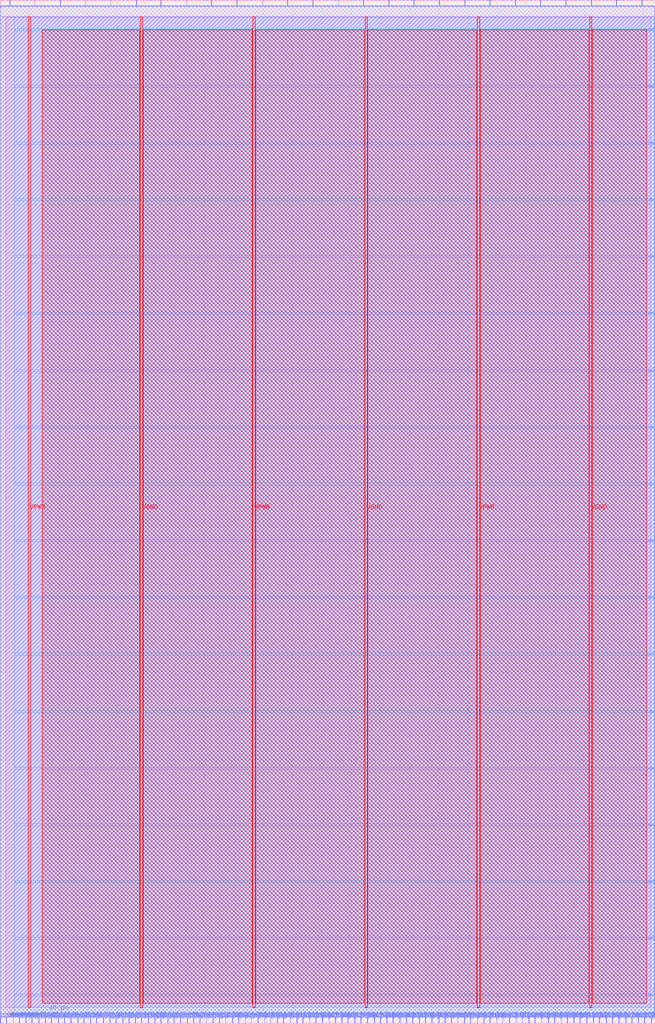
<source format=lef>
VERSION 5.7 ;
  NOWIREEXTENSIONATPIN ON ;
  DIVIDERCHAR "/" ;
  BUSBITCHARS "[]" ;
MACRO apb_sys_0
  CLASS BLOCK ;
  FOREIGN apb_sys_0 ;
  ORIGIN 0.000 0.000 ;
  SIZE 448.090 BY 700.000 ;
  PIN HADDR[0]
    DIRECTION INPUT ;
    USE SIGNAL ;
    PORT
      LAYER met2 ;
        RECT 0.020 0.000 0.300 4.000 ;
    END
  END HADDR[0]
  PIN HADDR[10]
    DIRECTION INPUT ;
    USE SIGNAL ;
    PORT
      LAYER met2 ;
        RECT 43.720 0.000 44.000 4.000 ;
    END
  END HADDR[10]
  PIN HADDR[11]
    DIRECTION INPUT ;
    USE SIGNAL ;
    PORT
      LAYER met2 ;
        RECT 48.320 0.000 48.600 4.000 ;
    END
  END HADDR[11]
  PIN HADDR[12]
    DIRECTION INPUT ;
    USE SIGNAL ;
    PORT
      LAYER met2 ;
        RECT 52.920 0.000 53.200 4.000 ;
    END
  END HADDR[12]
  PIN HADDR[13]
    DIRECTION INPUT ;
    USE SIGNAL ;
    PORT
      LAYER met2 ;
        RECT 57.060 0.000 57.340 4.000 ;
    END
  END HADDR[13]
  PIN HADDR[14]
    DIRECTION INPUT ;
    USE SIGNAL ;
    PORT
      LAYER met2 ;
        RECT 61.660 0.000 61.940 4.000 ;
    END
  END HADDR[14]
  PIN HADDR[15]
    DIRECTION INPUT ;
    USE SIGNAL ;
    PORT
      LAYER met2 ;
        RECT 65.800 0.000 66.080 4.000 ;
    END
  END HADDR[15]
  PIN HADDR[16]
    DIRECTION INPUT ;
    USE SIGNAL ;
    PORT
      LAYER met2 ;
        RECT 70.400 0.000 70.680 4.000 ;
    END
  END HADDR[16]
  PIN HADDR[17]
    DIRECTION INPUT ;
    USE SIGNAL ;
    PORT
      LAYER met2 ;
        RECT 75.000 0.000 75.280 4.000 ;
    END
  END HADDR[17]
  PIN HADDR[18]
    DIRECTION INPUT ;
    USE SIGNAL ;
    PORT
      LAYER met2 ;
        RECT 79.140 0.000 79.420 4.000 ;
    END
  END HADDR[18]
  PIN HADDR[19]
    DIRECTION INPUT ;
    USE SIGNAL ;
    PORT
      LAYER met2 ;
        RECT 83.740 0.000 84.020 4.000 ;
    END
  END HADDR[19]
  PIN HADDR[1]
    DIRECTION INPUT ;
    USE SIGNAL ;
    PORT
      LAYER met2 ;
        RECT 4.160 0.000 4.440 4.000 ;
    END
  END HADDR[1]
  PIN HADDR[20]
    DIRECTION INPUT ;
    USE SIGNAL ;
    PORT
      LAYER met2 ;
        RECT 87.880 0.000 88.160 4.000 ;
    END
  END HADDR[20]
  PIN HADDR[21]
    DIRECTION INPUT ;
    USE SIGNAL ;
    PORT
      LAYER met2 ;
        RECT 92.480 0.000 92.760 4.000 ;
    END
  END HADDR[21]
  PIN HADDR[22]
    DIRECTION INPUT ;
    USE SIGNAL ;
    PORT
      LAYER met2 ;
        RECT 96.620 0.000 96.900 4.000 ;
    END
  END HADDR[22]
  PIN HADDR[23]
    DIRECTION INPUT ;
    USE SIGNAL ;
    PORT
      LAYER met2 ;
        RECT 101.220 0.000 101.500 4.000 ;
    END
  END HADDR[23]
  PIN HADDR[24]
    DIRECTION INPUT ;
    USE SIGNAL ;
    PORT
      LAYER met2 ;
        RECT 105.820 0.000 106.100 4.000 ;
    END
  END HADDR[24]
  PIN HADDR[25]
    DIRECTION INPUT ;
    USE SIGNAL ;
    PORT
      LAYER met2 ;
        RECT 109.960 0.000 110.240 4.000 ;
    END
  END HADDR[25]
  PIN HADDR[26]
    DIRECTION INPUT ;
    USE SIGNAL ;
    PORT
      LAYER met2 ;
        RECT 114.560 0.000 114.840 4.000 ;
    END
  END HADDR[26]
  PIN HADDR[27]
    DIRECTION INPUT ;
    USE SIGNAL ;
    PORT
      LAYER met2 ;
        RECT 118.700 0.000 118.980 4.000 ;
    END
  END HADDR[27]
  PIN HADDR[28]
    DIRECTION INPUT ;
    USE SIGNAL ;
    PORT
      LAYER met2 ;
        RECT 123.300 0.000 123.580 4.000 ;
    END
  END HADDR[28]
  PIN HADDR[29]
    DIRECTION INPUT ;
    USE SIGNAL ;
    PORT
      LAYER met2 ;
        RECT 127.900 0.000 128.180 4.000 ;
    END
  END HADDR[29]
  PIN HADDR[2]
    DIRECTION INPUT ;
    USE SIGNAL ;
    PORT
      LAYER met2 ;
        RECT 8.760 0.000 9.040 4.000 ;
    END
  END HADDR[2]
  PIN HADDR[30]
    DIRECTION INPUT ;
    USE SIGNAL ;
    PORT
      LAYER met2 ;
        RECT 132.040 0.000 132.320 4.000 ;
    END
  END HADDR[30]
  PIN HADDR[31]
    DIRECTION INPUT ;
    USE SIGNAL ;
    PORT
      LAYER met2 ;
        RECT 136.640 0.000 136.920 4.000 ;
    END
  END HADDR[31]
  PIN HADDR[3]
    DIRECTION INPUT ;
    USE SIGNAL ;
    PORT
      LAYER met2 ;
        RECT 12.900 0.000 13.180 4.000 ;
    END
  END HADDR[3]
  PIN HADDR[4]
    DIRECTION INPUT ;
    USE SIGNAL ;
    PORT
      LAYER met2 ;
        RECT 17.500 0.000 17.780 4.000 ;
    END
  END HADDR[4]
  PIN HADDR[5]
    DIRECTION INPUT ;
    USE SIGNAL ;
    PORT
      LAYER met2 ;
        RECT 21.640 0.000 21.920 4.000 ;
    END
  END HADDR[5]
  PIN HADDR[6]
    DIRECTION INPUT ;
    USE SIGNAL ;
    PORT
      LAYER met2 ;
        RECT 26.240 0.000 26.520 4.000 ;
    END
  END HADDR[6]
  PIN HADDR[7]
    DIRECTION INPUT ;
    USE SIGNAL ;
    PORT
      LAYER met2 ;
        RECT 30.840 0.000 31.120 4.000 ;
    END
  END HADDR[7]
  PIN HADDR[8]
    DIRECTION INPUT ;
    USE SIGNAL ;
    PORT
      LAYER met2 ;
        RECT 34.980 0.000 35.260 4.000 ;
    END
  END HADDR[8]
  PIN HADDR[9]
    DIRECTION INPUT ;
    USE SIGNAL ;
    PORT
      LAYER met2 ;
        RECT 39.580 0.000 39.860 4.000 ;
    END
  END HADDR[9]
  PIN HCLK
    DIRECTION INPUT ;
    USE SIGNAL ;
    PORT
      LAYER met3 ;
        RECT 444.090 19.080 448.090 19.680 ;
    END
  END HCLK
  PIN HRDATA[0]
    DIRECTION OUTPUT TRISTATE ;
    USE SIGNAL ;
    PORT
      LAYER met2 ;
        RECT 140.780 0.000 141.060 4.000 ;
    END
  END HRDATA[0]
  PIN HRDATA[10]
    DIRECTION OUTPUT TRISTATE ;
    USE SIGNAL ;
    PORT
      LAYER met2 ;
        RECT 184.940 0.000 185.220 4.000 ;
    END
  END HRDATA[10]
  PIN HRDATA[11]
    DIRECTION OUTPUT TRISTATE ;
    USE SIGNAL ;
    PORT
      LAYER met2 ;
        RECT 189.540 0.000 189.820 4.000 ;
    END
  END HRDATA[11]
  PIN HRDATA[12]
    DIRECTION OUTPUT TRISTATE ;
    USE SIGNAL ;
    PORT
      LAYER met2 ;
        RECT 193.680 0.000 193.960 4.000 ;
    END
  END HRDATA[12]
  PIN HRDATA[13]
    DIRECTION OUTPUT TRISTATE ;
    USE SIGNAL ;
    PORT
      LAYER met2 ;
        RECT 198.280 0.000 198.560 4.000 ;
    END
  END HRDATA[13]
  PIN HRDATA[14]
    DIRECTION OUTPUT TRISTATE ;
    USE SIGNAL ;
    PORT
      LAYER met2 ;
        RECT 202.880 0.000 203.160 4.000 ;
    END
  END HRDATA[14]
  PIN HRDATA[15]
    DIRECTION OUTPUT TRISTATE ;
    USE SIGNAL ;
    PORT
      LAYER met2 ;
        RECT 207.020 0.000 207.300 4.000 ;
    END
  END HRDATA[15]
  PIN HRDATA[16]
    DIRECTION OUTPUT TRISTATE ;
    USE SIGNAL ;
    PORT
      LAYER met2 ;
        RECT 211.620 0.000 211.900 4.000 ;
    END
  END HRDATA[16]
  PIN HRDATA[17]
    DIRECTION OUTPUT TRISTATE ;
    USE SIGNAL ;
    PORT
      LAYER met2 ;
        RECT 215.760 0.000 216.040 4.000 ;
    END
  END HRDATA[17]
  PIN HRDATA[18]
    DIRECTION OUTPUT TRISTATE ;
    USE SIGNAL ;
    PORT
      LAYER met2 ;
        RECT 220.360 0.000 220.640 4.000 ;
    END
  END HRDATA[18]
  PIN HRDATA[19]
    DIRECTION OUTPUT TRISTATE ;
    USE SIGNAL ;
    PORT
      LAYER met2 ;
        RECT 224.960 0.000 225.240 4.000 ;
    END
  END HRDATA[19]
  PIN HRDATA[1]
    DIRECTION OUTPUT TRISTATE ;
    USE SIGNAL ;
    PORT
      LAYER met2 ;
        RECT 145.380 0.000 145.660 4.000 ;
    END
  END HRDATA[1]
  PIN HRDATA[20]
    DIRECTION OUTPUT TRISTATE ;
    USE SIGNAL ;
    PORT
      LAYER met2 ;
        RECT 229.100 0.000 229.380 4.000 ;
    END
  END HRDATA[20]
  PIN HRDATA[21]
    DIRECTION OUTPUT TRISTATE ;
    USE SIGNAL ;
    PORT
      LAYER met2 ;
        RECT 233.700 0.000 233.980 4.000 ;
    END
  END HRDATA[21]
  PIN HRDATA[22]
    DIRECTION OUTPUT TRISTATE ;
    USE SIGNAL ;
    PORT
      LAYER met2 ;
        RECT 237.840 0.000 238.120 4.000 ;
    END
  END HRDATA[22]
  PIN HRDATA[23]
    DIRECTION OUTPUT TRISTATE ;
    USE SIGNAL ;
    PORT
      LAYER met2 ;
        RECT 242.440 0.000 242.720 4.000 ;
    END
  END HRDATA[23]
  PIN HRDATA[24]
    DIRECTION OUTPUT TRISTATE ;
    USE SIGNAL ;
    PORT
      LAYER met2 ;
        RECT 246.580 0.000 246.860 4.000 ;
    END
  END HRDATA[24]
  PIN HRDATA[25]
    DIRECTION OUTPUT TRISTATE ;
    USE SIGNAL ;
    PORT
      LAYER met2 ;
        RECT 251.180 0.000 251.460 4.000 ;
    END
  END HRDATA[25]
  PIN HRDATA[26]
    DIRECTION OUTPUT TRISTATE ;
    USE SIGNAL ;
    PORT
      LAYER met2 ;
        RECT 255.780 0.000 256.060 4.000 ;
    END
  END HRDATA[26]
  PIN HRDATA[27]
    DIRECTION OUTPUT TRISTATE ;
    USE SIGNAL ;
    PORT
      LAYER met2 ;
        RECT 259.920 0.000 260.200 4.000 ;
    END
  END HRDATA[27]
  PIN HRDATA[28]
    DIRECTION OUTPUT TRISTATE ;
    USE SIGNAL ;
    PORT
      LAYER met2 ;
        RECT 264.520 0.000 264.800 4.000 ;
    END
  END HRDATA[28]
  PIN HRDATA[29]
    DIRECTION OUTPUT TRISTATE ;
    USE SIGNAL ;
    PORT
      LAYER met2 ;
        RECT 268.660 0.000 268.940 4.000 ;
    END
  END HRDATA[29]
  PIN HRDATA[2]
    DIRECTION OUTPUT TRISTATE ;
    USE SIGNAL ;
    PORT
      LAYER met2 ;
        RECT 149.980 0.000 150.260 4.000 ;
    END
  END HRDATA[2]
  PIN HRDATA[30]
    DIRECTION OUTPUT TRISTATE ;
    USE SIGNAL ;
    PORT
      LAYER met2 ;
        RECT 273.260 0.000 273.540 4.000 ;
    END
  END HRDATA[30]
  PIN HRDATA[31]
    DIRECTION OUTPUT TRISTATE ;
    USE SIGNAL ;
    PORT
      LAYER met2 ;
        RECT 277.860 0.000 278.140 4.000 ;
    END
  END HRDATA[31]
  PIN HRDATA[3]
    DIRECTION OUTPUT TRISTATE ;
    USE SIGNAL ;
    PORT
      LAYER met2 ;
        RECT 154.120 0.000 154.400 4.000 ;
    END
  END HRDATA[3]
  PIN HRDATA[4]
    DIRECTION OUTPUT TRISTATE ;
    USE SIGNAL ;
    PORT
      LAYER met2 ;
        RECT 158.720 0.000 159.000 4.000 ;
    END
  END HRDATA[4]
  PIN HRDATA[5]
    DIRECTION OUTPUT TRISTATE ;
    USE SIGNAL ;
    PORT
      LAYER met2 ;
        RECT 162.860 0.000 163.140 4.000 ;
    END
  END HRDATA[5]
  PIN HRDATA[6]
    DIRECTION OUTPUT TRISTATE ;
    USE SIGNAL ;
    PORT
      LAYER met2 ;
        RECT 167.460 0.000 167.740 4.000 ;
    END
  END HRDATA[6]
  PIN HRDATA[7]
    DIRECTION OUTPUT TRISTATE ;
    USE SIGNAL ;
    PORT
      LAYER met2 ;
        RECT 171.600 0.000 171.880 4.000 ;
    END
  END HRDATA[7]
  PIN HRDATA[8]
    DIRECTION OUTPUT TRISTATE ;
    USE SIGNAL ;
    PORT
      LAYER met2 ;
        RECT 176.200 0.000 176.480 4.000 ;
    END
  END HRDATA[8]
  PIN HRDATA[9]
    DIRECTION OUTPUT TRISTATE ;
    USE SIGNAL ;
    PORT
      LAYER met2 ;
        RECT 180.800 0.000 181.080 4.000 ;
    END
  END HRDATA[9]
  PIN HREADY
    DIRECTION INPUT ;
    USE SIGNAL ;
    PORT
      LAYER met2 ;
        RECT 436.560 0.000 436.840 4.000 ;
    END
  END HREADY
  PIN HREADYOUT
    DIRECTION OUTPUT TRISTATE ;
    USE SIGNAL ;
    PORT
      LAYER met2 ;
        RECT 445.300 0.000 445.580 4.000 ;
    END
  END HREADYOUT
  PIN HRESETn
    DIRECTION INPUT ;
    USE SIGNAL ;
    PORT
      LAYER met3 ;
        RECT 444.090 57.840 448.090 58.440 ;
    END
  END HRESETn
  PIN HSEL
    DIRECTION INPUT ;
    USE SIGNAL ;
    PORT
      LAYER met2 ;
        RECT 440.700 0.000 440.980 4.000 ;
    END
  END HSEL
  PIN HTRANS[0]
    DIRECTION INPUT ;
    USE SIGNAL ;
    PORT
      LAYER met2 ;
        RECT 423.220 0.000 423.500 4.000 ;
    END
  END HTRANS[0]
  PIN HTRANS[1]
    DIRECTION INPUT ;
    USE SIGNAL ;
    PORT
      LAYER met2 ;
        RECT 427.820 0.000 428.100 4.000 ;
    END
  END HTRANS[1]
  PIN HWDATA[0]
    DIRECTION INPUT ;
    USE SIGNAL ;
    PORT
      LAYER met2 ;
        RECT 282.000 0.000 282.280 4.000 ;
    END
  END HWDATA[0]
  PIN HWDATA[10]
    DIRECTION INPUT ;
    USE SIGNAL ;
    PORT
      LAYER met2 ;
        RECT 326.160 0.000 326.440 4.000 ;
    END
  END HWDATA[10]
  PIN HWDATA[11]
    DIRECTION INPUT ;
    USE SIGNAL ;
    PORT
      LAYER met2 ;
        RECT 330.760 0.000 331.040 4.000 ;
    END
  END HWDATA[11]
  PIN HWDATA[12]
    DIRECTION INPUT ;
    USE SIGNAL ;
    PORT
      LAYER met2 ;
        RECT 334.900 0.000 335.180 4.000 ;
    END
  END HWDATA[12]
  PIN HWDATA[13]
    DIRECTION INPUT ;
    USE SIGNAL ;
    PORT
      LAYER met2 ;
        RECT 339.500 0.000 339.780 4.000 ;
    END
  END HWDATA[13]
  PIN HWDATA[14]
    DIRECTION INPUT ;
    USE SIGNAL ;
    PORT
      LAYER met2 ;
        RECT 343.640 0.000 343.920 4.000 ;
    END
  END HWDATA[14]
  PIN HWDATA[15]
    DIRECTION INPUT ;
    USE SIGNAL ;
    PORT
      LAYER met2 ;
        RECT 348.240 0.000 348.520 4.000 ;
    END
  END HWDATA[15]
  PIN HWDATA[16]
    DIRECTION INPUT ;
    USE SIGNAL ;
    PORT
      LAYER met2 ;
        RECT 352.840 0.000 353.120 4.000 ;
    END
  END HWDATA[16]
  PIN HWDATA[17]
    DIRECTION INPUT ;
    USE SIGNAL ;
    PORT
      LAYER met2 ;
        RECT 356.980 0.000 357.260 4.000 ;
    END
  END HWDATA[17]
  PIN HWDATA[18]
    DIRECTION INPUT ;
    USE SIGNAL ;
    PORT
      LAYER met2 ;
        RECT 361.580 0.000 361.860 4.000 ;
    END
  END HWDATA[18]
  PIN HWDATA[19]
    DIRECTION INPUT ;
    USE SIGNAL ;
    PORT
      LAYER met2 ;
        RECT 365.720 0.000 366.000 4.000 ;
    END
  END HWDATA[19]
  PIN HWDATA[1]
    DIRECTION INPUT ;
    USE SIGNAL ;
    PORT
      LAYER met2 ;
        RECT 286.600 0.000 286.880 4.000 ;
    END
  END HWDATA[1]
  PIN HWDATA[20]
    DIRECTION INPUT ;
    USE SIGNAL ;
    PORT
      LAYER met2 ;
        RECT 370.320 0.000 370.600 4.000 ;
    END
  END HWDATA[20]
  PIN HWDATA[21]
    DIRECTION INPUT ;
    USE SIGNAL ;
    PORT
      LAYER met2 ;
        RECT 374.920 0.000 375.200 4.000 ;
    END
  END HWDATA[21]
  PIN HWDATA[22]
    DIRECTION INPUT ;
    USE SIGNAL ;
    PORT
      LAYER met2 ;
        RECT 379.060 0.000 379.340 4.000 ;
    END
  END HWDATA[22]
  PIN HWDATA[23]
    DIRECTION INPUT ;
    USE SIGNAL ;
    PORT
      LAYER met2 ;
        RECT 383.660 0.000 383.940 4.000 ;
    END
  END HWDATA[23]
  PIN HWDATA[24]
    DIRECTION INPUT ;
    USE SIGNAL ;
    PORT
      LAYER met2 ;
        RECT 387.800 0.000 388.080 4.000 ;
    END
  END HWDATA[24]
  PIN HWDATA[25]
    DIRECTION INPUT ;
    USE SIGNAL ;
    PORT
      LAYER met2 ;
        RECT 392.400 0.000 392.680 4.000 ;
    END
  END HWDATA[25]
  PIN HWDATA[26]
    DIRECTION INPUT ;
    USE SIGNAL ;
    PORT
      LAYER met2 ;
        RECT 396.540 0.000 396.820 4.000 ;
    END
  END HWDATA[26]
  PIN HWDATA[27]
    DIRECTION INPUT ;
    USE SIGNAL ;
    PORT
      LAYER met2 ;
        RECT 401.140 0.000 401.420 4.000 ;
    END
  END HWDATA[27]
  PIN HWDATA[28]
    DIRECTION INPUT ;
    USE SIGNAL ;
    PORT
      LAYER met2 ;
        RECT 405.740 0.000 406.020 4.000 ;
    END
  END HWDATA[28]
  PIN HWDATA[29]
    DIRECTION INPUT ;
    USE SIGNAL ;
    PORT
      LAYER met2 ;
        RECT 409.880 0.000 410.160 4.000 ;
    END
  END HWDATA[29]
  PIN HWDATA[2]
    DIRECTION INPUT ;
    USE SIGNAL ;
    PORT
      LAYER met2 ;
        RECT 290.740 0.000 291.020 4.000 ;
    END
  END HWDATA[2]
  PIN HWDATA[30]
    DIRECTION INPUT ;
    USE SIGNAL ;
    PORT
      LAYER met2 ;
        RECT 414.480 0.000 414.760 4.000 ;
    END
  END HWDATA[30]
  PIN HWDATA[31]
    DIRECTION INPUT ;
    USE SIGNAL ;
    PORT
      LAYER met2 ;
        RECT 418.620 0.000 418.900 4.000 ;
    END
  END HWDATA[31]
  PIN HWDATA[3]
    DIRECTION INPUT ;
    USE SIGNAL ;
    PORT
      LAYER met2 ;
        RECT 295.340 0.000 295.620 4.000 ;
    END
  END HWDATA[3]
  PIN HWDATA[4]
    DIRECTION INPUT ;
    USE SIGNAL ;
    PORT
      LAYER met2 ;
        RECT 299.940 0.000 300.220 4.000 ;
    END
  END HWDATA[4]
  PIN HWDATA[5]
    DIRECTION INPUT ;
    USE SIGNAL ;
    PORT
      LAYER met2 ;
        RECT 304.080 0.000 304.360 4.000 ;
    END
  END HWDATA[5]
  PIN HWDATA[6]
    DIRECTION INPUT ;
    USE SIGNAL ;
    PORT
      LAYER met2 ;
        RECT 308.680 0.000 308.960 4.000 ;
    END
  END HWDATA[6]
  PIN HWDATA[7]
    DIRECTION INPUT ;
    USE SIGNAL ;
    PORT
      LAYER met2 ;
        RECT 312.820 0.000 313.100 4.000 ;
    END
  END HWDATA[7]
  PIN HWDATA[8]
    DIRECTION INPUT ;
    USE SIGNAL ;
    PORT
      LAYER met2 ;
        RECT 317.420 0.000 317.700 4.000 ;
    END
  END HWDATA[8]
  PIN HWDATA[9]
    DIRECTION INPUT ;
    USE SIGNAL ;
    PORT
      LAYER met2 ;
        RECT 321.560 0.000 321.840 4.000 ;
    END
  END HWDATA[9]
  PIN HWRITE
    DIRECTION INPUT ;
    USE SIGNAL ;
    PORT
      LAYER met2 ;
        RECT 431.960 0.000 432.240 4.000 ;
    END
  END HWRITE
  PIN IRQ[16]
    DIRECTION OUTPUT TRISTATE ;
    USE SIGNAL ;
    PORT
      LAYER met3 ;
        RECT 444.090 96.600 448.090 97.200 ;
    END
  END IRQ[16]
  PIN IRQ[17]
    DIRECTION OUTPUT TRISTATE ;
    USE SIGNAL ;
    PORT
      LAYER met3 ;
        RECT 444.090 135.360 448.090 135.960 ;
    END
  END IRQ[17]
  PIN IRQ[18]
    DIRECTION OUTPUT TRISTATE ;
    USE SIGNAL ;
    PORT
      LAYER met3 ;
        RECT 444.090 174.120 448.090 174.720 ;
    END
  END IRQ[18]
  PIN IRQ[19]
    DIRECTION OUTPUT TRISTATE ;
    USE SIGNAL ;
    PORT
      LAYER met3 ;
        RECT 444.090 212.880 448.090 213.480 ;
    END
  END IRQ[19]
  PIN IRQ[20]
    DIRECTION OUTPUT TRISTATE ;
    USE SIGNAL ;
    PORT
      LAYER met3 ;
        RECT 444.090 252.320 448.090 252.920 ;
    END
  END IRQ[20]
  PIN IRQ[21]
    DIRECTION OUTPUT TRISTATE ;
    USE SIGNAL ;
    PORT
      LAYER met3 ;
        RECT 444.090 291.080 448.090 291.680 ;
    END
  END IRQ[21]
  PIN IRQ[22]
    DIRECTION OUTPUT TRISTATE ;
    USE SIGNAL ;
    PORT
      LAYER met3 ;
        RECT 444.090 329.840 448.090 330.440 ;
    END
  END IRQ[22]
  PIN IRQ[23]
    DIRECTION OUTPUT TRISTATE ;
    USE SIGNAL ;
    PORT
      LAYER met3 ;
        RECT 444.090 368.600 448.090 369.200 ;
    END
  END IRQ[23]
  PIN IRQ[24]
    DIRECTION OUTPUT TRISTATE ;
    USE SIGNAL ;
    PORT
      LAYER met3 ;
        RECT 444.090 407.360 448.090 407.960 ;
    END
  END IRQ[24]
  PIN IRQ[25]
    DIRECTION OUTPUT TRISTATE ;
    USE SIGNAL ;
    PORT
      LAYER met3 ;
        RECT 444.090 446.120 448.090 446.720 ;
    END
  END IRQ[25]
  PIN IRQ[26]
    DIRECTION OUTPUT TRISTATE ;
    USE SIGNAL ;
    PORT
      LAYER met3 ;
        RECT 444.090 485.560 448.090 486.160 ;
    END
  END IRQ[26]
  PIN IRQ[27]
    DIRECTION OUTPUT TRISTATE ;
    USE SIGNAL ;
    PORT
      LAYER met3 ;
        RECT 444.090 524.320 448.090 524.920 ;
    END
  END IRQ[27]
  PIN IRQ[28]
    DIRECTION OUTPUT TRISTATE ;
    USE SIGNAL ;
    PORT
      LAYER met3 ;
        RECT 444.090 563.080 448.090 563.680 ;
    END
  END IRQ[28]
  PIN IRQ[29]
    DIRECTION OUTPUT TRISTATE ;
    USE SIGNAL ;
    PORT
      LAYER met3 ;
        RECT 444.090 601.840 448.090 602.440 ;
    END
  END IRQ[29]
  PIN IRQ[30]
    DIRECTION OUTPUT TRISTATE ;
    USE SIGNAL ;
    PORT
      LAYER met3 ;
        RECT 444.090 640.600 448.090 641.200 ;
    END
  END IRQ[30]
  PIN IRQ[31]
    DIRECTION OUTPUT TRISTATE ;
    USE SIGNAL ;
    PORT
      LAYER met3 ;
        RECT 444.090 679.360 448.090 679.960 ;
    END
  END IRQ[31]
  PIN MSI_S2
    DIRECTION INPUT ;
    USE SIGNAL ;
    PORT
      LAYER met2 ;
        RECT 75.460 696.000 75.740 700.000 ;
    END
  END MSI_S2
  PIN MSI_S3
    DIRECTION INPUT ;
    USE SIGNAL ;
    PORT
      LAYER met2 ;
        RECT 144.460 696.000 144.740 700.000 ;
    END
  END MSI_S3
  PIN MSO_S2
    DIRECTION OUTPUT TRISTATE ;
    USE SIGNAL ;
    PORT
      LAYER met2 ;
        RECT 92.940 696.000 93.220 700.000 ;
    END
  END MSO_S2
  PIN MSO_S3
    DIRECTION OUTPUT TRISTATE ;
    USE SIGNAL ;
    PORT
      LAYER met2 ;
        RECT 161.940 696.000 162.220 700.000 ;
    END
  END MSO_S3
  PIN RsRx_S0
    DIRECTION INPUT ;
    USE SIGNAL ;
    PORT
      LAYER met2 ;
        RECT 6.460 696.000 6.740 700.000 ;
    END
  END RsRx_S0
  PIN RsRx_S1
    DIRECTION INPUT ;
    USE SIGNAL ;
    PORT
      LAYER met2 ;
        RECT 40.960 696.000 41.240 700.000 ;
    END
  END RsRx_S1
  PIN RsTx_S0
    DIRECTION OUTPUT TRISTATE ;
    USE SIGNAL ;
    PORT
      LAYER met2 ;
        RECT 23.480 696.000 23.760 700.000 ;
    END
  END RsTx_S0
  PIN RsTx_S1
    DIRECTION OUTPUT TRISTATE ;
    USE SIGNAL ;
    PORT
      LAYER met2 ;
        RECT 57.980 696.000 58.260 700.000 ;
    END
  END RsTx_S1
  PIN SCLK_S2
    DIRECTION OUTPUT TRISTATE ;
    USE SIGNAL ;
    PORT
      LAYER met2 ;
        RECT 127.440 696.000 127.720 700.000 ;
    END
  END SCLK_S2
  PIN SCLK_S3
    DIRECTION OUTPUT TRISTATE ;
    USE SIGNAL ;
    PORT
      LAYER met2 ;
        RECT 196.440 696.000 196.720 700.000 ;
    END
  END SCLK_S3
  PIN SSn_S2
    DIRECTION OUTPUT TRISTATE ;
    USE SIGNAL ;
    PORT
      LAYER met2 ;
        RECT 109.960 696.000 110.240 700.000 ;
    END
  END SSn_S2
  PIN SSn_S3
    DIRECTION OUTPUT TRISTATE ;
    USE SIGNAL ;
    PORT
      LAYER met2 ;
        RECT 179.420 696.000 179.700 700.000 ;
    END
  END SSn_S3
  PIN pwm_S6
    DIRECTION OUTPUT TRISTATE ;
    USE SIGNAL ;
    PORT
      LAYER met2 ;
        RECT 421.380 696.000 421.660 700.000 ;
    END
  END pwm_S6
  PIN pwm_S7
    DIRECTION OUTPUT TRISTATE ;
    USE SIGNAL ;
    PORT
      LAYER met2 ;
        RECT 438.860 696.000 439.140 700.000 ;
    END
  END pwm_S7
  PIN scl_i_S4
    DIRECTION INPUT ;
    USE SIGNAL ;
    PORT
      LAYER met2 ;
        RECT 213.920 696.000 214.200 700.000 ;
    END
  END scl_i_S4
  PIN scl_i_S5
    DIRECTION INPUT ;
    USE SIGNAL ;
    PORT
      LAYER met2 ;
        RECT 317.880 696.000 318.160 700.000 ;
    END
  END scl_i_S5
  PIN scl_o_S4
    DIRECTION OUTPUT TRISTATE ;
    USE SIGNAL ;
    PORT
      LAYER met2 ;
        RECT 231.400 696.000 231.680 700.000 ;
    END
  END scl_o_S4
  PIN scl_o_S5
    DIRECTION OUTPUT TRISTATE ;
    USE SIGNAL ;
    PORT
      LAYER met2 ;
        RECT 334.900 696.000 335.180 700.000 ;
    END
  END scl_o_S5
  PIN scl_oen_o_S4
    DIRECTION OUTPUT TRISTATE ;
    USE SIGNAL ;
    PORT
      LAYER met2 ;
        RECT 248.420 696.000 248.700 700.000 ;
    END
  END scl_oen_o_S4
  PIN scl_oen_o_S5
    DIRECTION OUTPUT TRISTATE ;
    USE SIGNAL ;
    PORT
      LAYER met2 ;
        RECT 352.380 696.000 352.660 700.000 ;
    END
  END scl_oen_o_S5
  PIN sda_i_S4
    DIRECTION INPUT ;
    USE SIGNAL ;
    PORT
      LAYER met2 ;
        RECT 265.900 696.000 266.180 700.000 ;
    END
  END sda_i_S4
  PIN sda_i_S5
    DIRECTION INPUT ;
    USE SIGNAL ;
    PORT
      LAYER met2 ;
        RECT 369.400 696.000 369.680 700.000 ;
    END
  END sda_i_S5
  PIN sda_o_S4
    DIRECTION OUTPUT TRISTATE ;
    USE SIGNAL ;
    PORT
      LAYER met2 ;
        RECT 282.920 696.000 283.200 700.000 ;
    END
  END sda_o_S4
  PIN sda_o_S5
    DIRECTION OUTPUT TRISTATE ;
    USE SIGNAL ;
    PORT
      LAYER met2 ;
        RECT 386.880 696.000 387.160 700.000 ;
    END
  END sda_o_S5
  PIN sda_oen_o_S4
    DIRECTION OUTPUT TRISTATE ;
    USE SIGNAL ;
    PORT
      LAYER met2 ;
        RECT 300.400 696.000 300.680 700.000 ;
    END
  END sda_oen_o_S4
  PIN sda_oen_o_S5
    DIRECTION OUTPUT TRISTATE ;
    USE SIGNAL ;
    PORT
      LAYER met2 ;
        RECT 404.360 696.000 404.640 700.000 ;
    END
  END sda_oen_o_S5
  PIN VPWR
    DIRECTION INOUT ;
    USE POWER ;
    PORT
      LAYER met4 ;
        RECT 326.330 10.640 327.930 688.400 ;
    END
  END VPWR
  PIN VPWR
    DIRECTION INOUT ;
    USE POWER ;
    PORT
      LAYER met4 ;
        RECT 172.730 10.640 174.330 688.400 ;
    END
  END VPWR
  PIN VPWR
    DIRECTION INOUT ;
    USE POWER ;
    PORT
      LAYER met4 ;
        RECT 19.130 10.640 20.730 688.400 ;
    END
  END VPWR
  PIN VGND
    DIRECTION INOUT ;
    USE GROUND ;
    PORT
      LAYER met4 ;
        RECT 403.130 10.640 404.730 688.400 ;
    END
  END VGND
  PIN VGND
    DIRECTION INOUT ;
    USE GROUND ;
    PORT
      LAYER met4 ;
        RECT 249.530 10.640 251.130 688.400 ;
    END
  END VGND
  PIN VGND
    DIRECTION INOUT ;
    USE GROUND ;
    PORT
      LAYER met4 ;
        RECT 95.930 10.640 97.530 688.400 ;
    END
  END VGND
  OBS
      LAYER li1 ;
        RECT 3.610 10.795 445.065 688.245 ;
      LAYER met1 ;
        RECT 0.000 6.500 447.900 688.400 ;
      LAYER met2 ;
        RECT 0.030 695.720 6.180 696.050 ;
        RECT 7.020 695.720 23.200 696.050 ;
        RECT 24.040 695.720 40.680 696.050 ;
        RECT 41.520 695.720 57.700 696.050 ;
        RECT 58.540 695.720 75.180 696.050 ;
        RECT 76.020 695.720 92.660 696.050 ;
        RECT 93.500 695.720 109.680 696.050 ;
        RECT 110.520 695.720 127.160 696.050 ;
        RECT 128.000 695.720 144.180 696.050 ;
        RECT 145.020 695.720 161.660 696.050 ;
        RECT 162.500 695.720 179.140 696.050 ;
        RECT 179.980 695.720 196.160 696.050 ;
        RECT 197.000 695.720 213.640 696.050 ;
        RECT 214.480 695.720 231.120 696.050 ;
        RECT 231.960 695.720 248.140 696.050 ;
        RECT 248.980 695.720 265.620 696.050 ;
        RECT 266.460 695.720 282.640 696.050 ;
        RECT 283.480 695.720 300.120 696.050 ;
        RECT 300.960 695.720 317.600 696.050 ;
        RECT 318.440 695.720 334.620 696.050 ;
        RECT 335.460 695.720 352.100 696.050 ;
        RECT 352.940 695.720 369.120 696.050 ;
        RECT 369.960 695.720 386.600 696.050 ;
        RECT 387.440 695.720 404.080 696.050 ;
        RECT 404.920 695.720 421.100 696.050 ;
        RECT 421.940 695.720 438.580 696.050 ;
        RECT 439.420 695.720 447.870 696.050 ;
        RECT 0.030 4.280 447.870 695.720 ;
        RECT 0.580 4.000 3.880 4.280 ;
        RECT 4.720 4.000 8.480 4.280 ;
        RECT 9.320 4.000 12.620 4.280 ;
        RECT 13.460 4.000 17.220 4.280 ;
        RECT 18.060 4.000 21.360 4.280 ;
        RECT 22.200 4.000 25.960 4.280 ;
        RECT 26.800 4.000 30.560 4.280 ;
        RECT 31.400 4.000 34.700 4.280 ;
        RECT 35.540 4.000 39.300 4.280 ;
        RECT 40.140 4.000 43.440 4.280 ;
        RECT 44.280 4.000 48.040 4.280 ;
        RECT 48.880 4.000 52.640 4.280 ;
        RECT 53.480 4.000 56.780 4.280 ;
        RECT 57.620 4.000 61.380 4.280 ;
        RECT 62.220 4.000 65.520 4.280 ;
        RECT 66.360 4.000 70.120 4.280 ;
        RECT 70.960 4.000 74.720 4.280 ;
        RECT 75.560 4.000 78.860 4.280 ;
        RECT 79.700 4.000 83.460 4.280 ;
        RECT 84.300 4.000 87.600 4.280 ;
        RECT 88.440 4.000 92.200 4.280 ;
        RECT 93.040 4.000 96.340 4.280 ;
        RECT 97.180 4.000 100.940 4.280 ;
        RECT 101.780 4.000 105.540 4.280 ;
        RECT 106.380 4.000 109.680 4.280 ;
        RECT 110.520 4.000 114.280 4.280 ;
        RECT 115.120 4.000 118.420 4.280 ;
        RECT 119.260 4.000 123.020 4.280 ;
        RECT 123.860 4.000 127.620 4.280 ;
        RECT 128.460 4.000 131.760 4.280 ;
        RECT 132.600 4.000 136.360 4.280 ;
        RECT 137.200 4.000 140.500 4.280 ;
        RECT 141.340 4.000 145.100 4.280 ;
        RECT 145.940 4.000 149.700 4.280 ;
        RECT 150.540 4.000 153.840 4.280 ;
        RECT 154.680 4.000 158.440 4.280 ;
        RECT 159.280 4.000 162.580 4.280 ;
        RECT 163.420 4.000 167.180 4.280 ;
        RECT 168.020 4.000 171.320 4.280 ;
        RECT 172.160 4.000 175.920 4.280 ;
        RECT 176.760 4.000 180.520 4.280 ;
        RECT 181.360 4.000 184.660 4.280 ;
        RECT 185.500 4.000 189.260 4.280 ;
        RECT 190.100 4.000 193.400 4.280 ;
        RECT 194.240 4.000 198.000 4.280 ;
        RECT 198.840 4.000 202.600 4.280 ;
        RECT 203.440 4.000 206.740 4.280 ;
        RECT 207.580 4.000 211.340 4.280 ;
        RECT 212.180 4.000 215.480 4.280 ;
        RECT 216.320 4.000 220.080 4.280 ;
        RECT 220.920 4.000 224.680 4.280 ;
        RECT 225.520 4.000 228.820 4.280 ;
        RECT 229.660 4.000 233.420 4.280 ;
        RECT 234.260 4.000 237.560 4.280 ;
        RECT 238.400 4.000 242.160 4.280 ;
        RECT 243.000 4.000 246.300 4.280 ;
        RECT 247.140 4.000 250.900 4.280 ;
        RECT 251.740 4.000 255.500 4.280 ;
        RECT 256.340 4.000 259.640 4.280 ;
        RECT 260.480 4.000 264.240 4.280 ;
        RECT 265.080 4.000 268.380 4.280 ;
        RECT 269.220 4.000 272.980 4.280 ;
        RECT 273.820 4.000 277.580 4.280 ;
        RECT 278.420 4.000 281.720 4.280 ;
        RECT 282.560 4.000 286.320 4.280 ;
        RECT 287.160 4.000 290.460 4.280 ;
        RECT 291.300 4.000 295.060 4.280 ;
        RECT 295.900 4.000 299.660 4.280 ;
        RECT 300.500 4.000 303.800 4.280 ;
        RECT 304.640 4.000 308.400 4.280 ;
        RECT 309.240 4.000 312.540 4.280 ;
        RECT 313.380 4.000 317.140 4.280 ;
        RECT 317.980 4.000 321.280 4.280 ;
        RECT 322.120 4.000 325.880 4.280 ;
        RECT 326.720 4.000 330.480 4.280 ;
        RECT 331.320 4.000 334.620 4.280 ;
        RECT 335.460 4.000 339.220 4.280 ;
        RECT 340.060 4.000 343.360 4.280 ;
        RECT 344.200 4.000 347.960 4.280 ;
        RECT 348.800 4.000 352.560 4.280 ;
        RECT 353.400 4.000 356.700 4.280 ;
        RECT 357.540 4.000 361.300 4.280 ;
        RECT 362.140 4.000 365.440 4.280 ;
        RECT 366.280 4.000 370.040 4.280 ;
        RECT 370.880 4.000 374.640 4.280 ;
        RECT 375.480 4.000 378.780 4.280 ;
        RECT 379.620 4.000 383.380 4.280 ;
        RECT 384.220 4.000 387.520 4.280 ;
        RECT 388.360 4.000 392.120 4.280 ;
        RECT 392.960 4.000 396.260 4.280 ;
        RECT 397.100 4.000 400.860 4.280 ;
        RECT 401.700 4.000 405.460 4.280 ;
        RECT 406.300 4.000 409.600 4.280 ;
        RECT 410.440 4.000 414.200 4.280 ;
        RECT 415.040 4.000 418.340 4.280 ;
        RECT 419.180 4.000 422.940 4.280 ;
        RECT 423.780 4.000 427.540 4.280 ;
        RECT 428.380 4.000 431.680 4.280 ;
        RECT 432.520 4.000 436.280 4.280 ;
        RECT 437.120 4.000 440.420 4.280 ;
        RECT 441.260 4.000 445.020 4.280 ;
        RECT 445.860 4.000 447.870 4.280 ;
      LAYER met3 ;
        RECT 9.655 680.360 447.445 688.325 ;
        RECT 9.655 678.960 443.690 680.360 ;
        RECT 9.655 641.600 447.445 678.960 ;
        RECT 9.655 640.200 443.690 641.600 ;
        RECT 9.655 602.840 447.445 640.200 ;
        RECT 9.655 601.440 443.690 602.840 ;
        RECT 9.655 564.080 447.445 601.440 ;
        RECT 9.655 562.680 443.690 564.080 ;
        RECT 9.655 525.320 447.445 562.680 ;
        RECT 9.655 523.920 443.690 525.320 ;
        RECT 9.655 486.560 447.445 523.920 ;
        RECT 9.655 485.160 443.690 486.560 ;
        RECT 9.655 447.120 447.445 485.160 ;
        RECT 9.655 445.720 443.690 447.120 ;
        RECT 9.655 408.360 447.445 445.720 ;
        RECT 9.655 406.960 443.690 408.360 ;
        RECT 9.655 369.600 447.445 406.960 ;
        RECT 9.655 368.200 443.690 369.600 ;
        RECT 9.655 330.840 447.445 368.200 ;
        RECT 9.655 329.440 443.690 330.840 ;
        RECT 9.655 292.080 447.445 329.440 ;
        RECT 9.655 290.680 443.690 292.080 ;
        RECT 9.655 253.320 447.445 290.680 ;
        RECT 9.655 251.920 443.690 253.320 ;
        RECT 9.655 213.880 447.445 251.920 ;
        RECT 9.655 212.480 443.690 213.880 ;
        RECT 9.655 175.120 447.445 212.480 ;
        RECT 9.655 173.720 443.690 175.120 ;
        RECT 9.655 136.360 447.445 173.720 ;
        RECT 9.655 134.960 443.690 136.360 ;
        RECT 9.655 97.600 447.445 134.960 ;
        RECT 9.655 96.200 443.690 97.600 ;
        RECT 9.655 58.840 447.445 96.200 ;
        RECT 9.655 57.440 443.690 58.840 ;
        RECT 9.655 20.080 447.445 57.440 ;
        RECT 9.655 18.680 443.690 20.080 ;
        RECT 9.655 4.255 447.445 18.680 ;
      LAYER met4 ;
        RECT 28.745 13.775 95.530 679.825 ;
        RECT 97.930 13.775 172.330 679.825 ;
        RECT 174.730 13.775 249.130 679.825 ;
        RECT 251.530 13.775 325.930 679.825 ;
        RECT 328.330 13.775 402.730 679.825 ;
        RECT 405.130 13.775 442.155 679.825 ;
  END
END apb_sys_0
END LIBRARY


</source>
